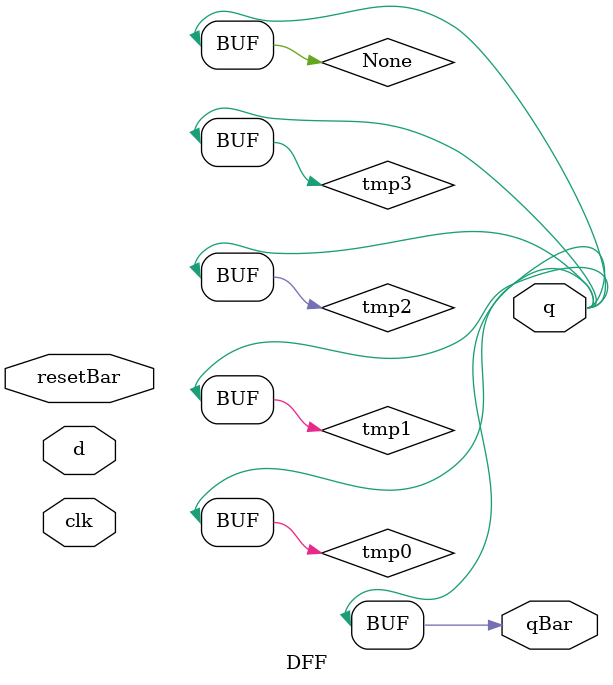
<source format=v>
`timescale 1ns / 1ps

module DFF(
    output reg q,
    output reg qBar,
    input d,
    input clk,
    input resetBar
    );

wire tmp0;
wire tmp1;
wire tmp2;
wire tmp3;


    always @ (tmp3) begin
        None <= tmp3;
    end


    always @ (tmp2) begin
        None <= tmp2;
    end


    always @ (tmp1) begin
        None <= tmp1;
    end


    always @ (tmp0) begin
        None <= tmp0;
    end


    always @ (qBar) begin
        None <= qBar;
    end


    always @ (q) begin
        None <= q;
    end

endmodule

</source>
